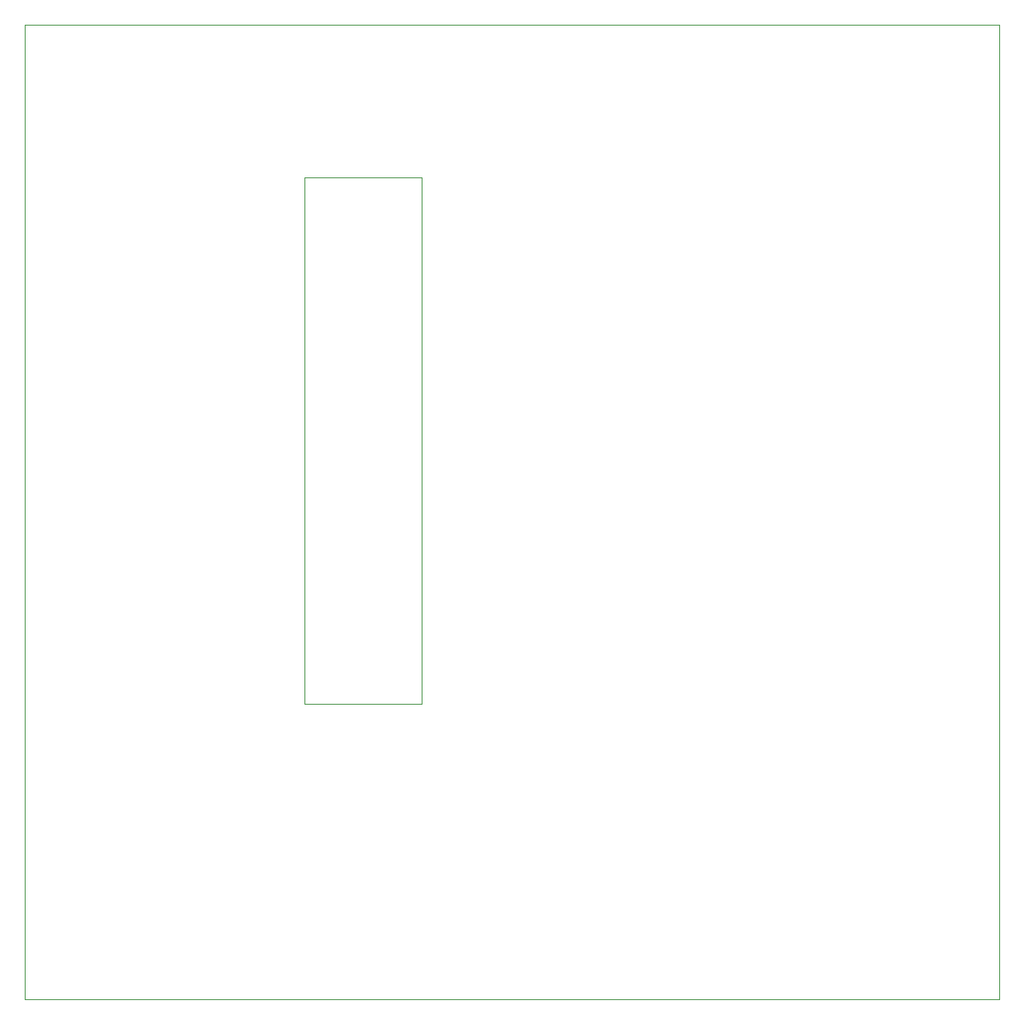
<source format=gm1>
G04 #@! TF.GenerationSoftware,KiCad,Pcbnew,6.0.0-rc1-unknown-e7fa02a~66~ubuntu18.04.1*
G04 #@! TF.CreationDate,2021-12-05T09:57:31-08:00
G04 #@! TF.ProjectId,munin3,6d756e69-6e33-42e6-9b69-6361645f7063,rev?*
G04 #@! TF.SameCoordinates,Original*
G04 #@! TF.FileFunction,Profile,NP*
%FSLAX46Y46*%
G04 Gerber Fmt 4.6, Leading zero omitted, Abs format (unit mm)*
G04 Created by KiCad (PCBNEW 6.0.0-rc1-unknown-e7fa02a~66~ubuntu18.04.1) date Sun 05 Dec 2021 09:57:31 AM PST*
%MOMM*%
%LPD*%
G04 APERTURE LIST*
%ADD10C,0.050000*%
G04 APERTURE END LIST*
D10*
X128700000Y-119700000D02*
X128700000Y-65700000D01*
X140700000Y-119700000D02*
X128700000Y-119700000D01*
X140700000Y-65700000D02*
X140700000Y-119700000D01*
X128700000Y-65700000D02*
X140700000Y-65700000D01*
X200000000Y-150000000D02*
X100000000Y-150000000D01*
X200000000Y-50000000D02*
X200000000Y-150000000D01*
X100000000Y-50000000D02*
X200000000Y-50000000D01*
X100000000Y-50000000D02*
X100000000Y-150000000D01*
M02*

</source>
